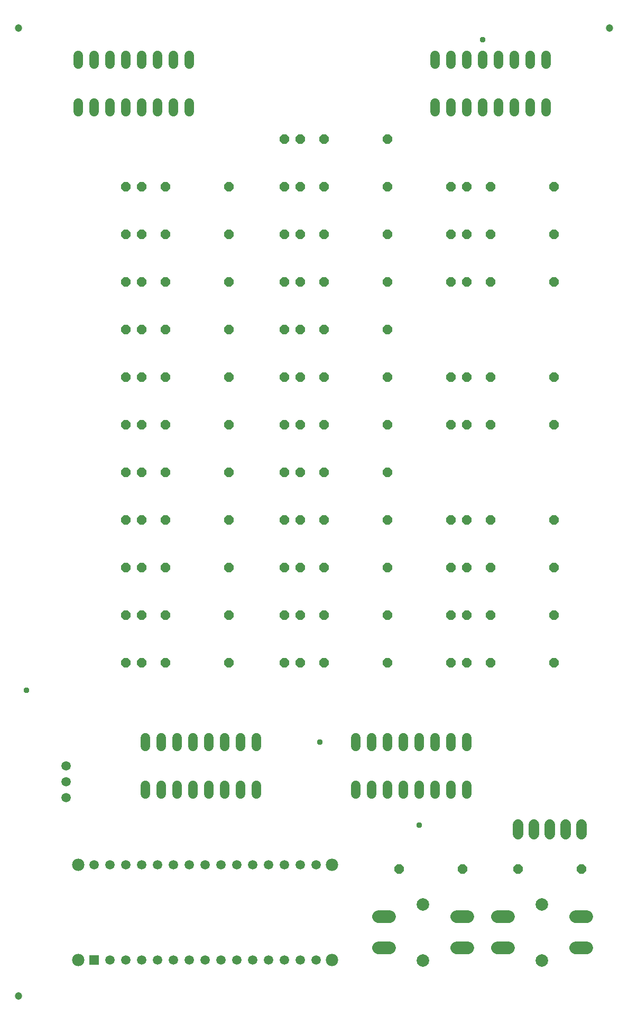
<source format=gts>
G75*
%MOIN*%
%OFA0B0*%
%FSLAX25Y25*%
%IPPOS*%
%LPD*%
%AMOC8*
5,1,8,0,0,1.08239X$1,22.5*
%
%ADD10C,0.04737*%
%ADD11C,0.07800*%
%ADD12R,0.05950X0.05950*%
%ADD13C,0.05950*%
%ADD14C,0.07850*%
%ADD15C,0.07900*%
%ADD16OC8,0.06000*%
%ADD17C,0.06800*%
%ADD18C,0.06000*%
%ADD19C,0.05918*%
%ADD20C,0.03778*%
D10*
X0011000Y0011000D03*
X0011000Y0621000D03*
X0383500Y0621000D03*
D11*
X0208500Y0093500D03*
X0208500Y0033500D03*
X0048500Y0033500D03*
X0048500Y0093500D03*
D12*
X0058500Y0033500D03*
D13*
X0068500Y0033500D03*
X0078500Y0033500D03*
X0088500Y0033500D03*
X0098500Y0033500D03*
X0108500Y0033500D03*
X0118500Y0033500D03*
X0128500Y0033500D03*
X0138500Y0033500D03*
X0148500Y0033500D03*
X0158500Y0033500D03*
X0168500Y0033500D03*
X0178500Y0033500D03*
X0188500Y0033500D03*
X0198500Y0033500D03*
X0198500Y0093500D03*
X0188500Y0093500D03*
X0178500Y0093500D03*
X0168500Y0093500D03*
X0158500Y0093500D03*
X0148500Y0093500D03*
X0138500Y0093500D03*
X0128500Y0093500D03*
X0118500Y0093500D03*
X0108500Y0093500D03*
X0098500Y0093500D03*
X0088500Y0093500D03*
X0078500Y0093500D03*
X0068500Y0093500D03*
X0058500Y0093500D03*
D14*
X0237875Y0060800D02*
X0244925Y0060800D01*
X0244925Y0041200D02*
X0237875Y0041200D01*
X0287075Y0041200D02*
X0294125Y0041200D01*
X0294125Y0060800D02*
X0287075Y0060800D01*
X0312875Y0060800D02*
X0319925Y0060800D01*
X0319925Y0041200D02*
X0312875Y0041200D01*
X0362075Y0041200D02*
X0369125Y0041200D01*
X0369125Y0060800D02*
X0362075Y0060800D01*
D15*
X0341000Y0068700D03*
X0341000Y0033300D03*
X0266000Y0033300D03*
X0266000Y0068700D03*
D16*
X0251000Y0091000D03*
X0291000Y0091000D03*
X0326000Y0091000D03*
X0366000Y0091000D03*
X0348500Y0221000D03*
X0348500Y0251000D03*
X0348500Y0281000D03*
X0348500Y0311000D03*
X0348500Y0371000D03*
X0348500Y0401000D03*
X0348500Y0461000D03*
X0348500Y0491000D03*
X0348500Y0521000D03*
X0308500Y0521000D03*
X0293500Y0521000D03*
X0283500Y0521000D03*
X0283500Y0491000D03*
X0293500Y0491000D03*
X0308500Y0491000D03*
X0308500Y0461000D03*
X0293500Y0461000D03*
X0283500Y0461000D03*
X0283500Y0401000D03*
X0293500Y0401000D03*
X0308500Y0401000D03*
X0308500Y0371000D03*
X0293500Y0371000D03*
X0283500Y0371000D03*
X0283500Y0311000D03*
X0293500Y0311000D03*
X0308500Y0311000D03*
X0308500Y0281000D03*
X0293500Y0281000D03*
X0283500Y0281000D03*
X0283500Y0251000D03*
X0293500Y0251000D03*
X0308500Y0251000D03*
X0308500Y0221000D03*
X0293500Y0221000D03*
X0283500Y0221000D03*
X0243500Y0221000D03*
X0243500Y0251000D03*
X0243500Y0281000D03*
X0243500Y0311000D03*
X0243500Y0341000D03*
X0243500Y0371000D03*
X0243500Y0401000D03*
X0243500Y0431000D03*
X0243500Y0461000D03*
X0243500Y0491000D03*
X0243500Y0521000D03*
X0243500Y0551000D03*
X0203500Y0551000D03*
X0188500Y0551000D03*
X0178500Y0551000D03*
X0178500Y0521000D03*
X0188500Y0521000D03*
X0203500Y0521000D03*
X0203500Y0491000D03*
X0188500Y0491000D03*
X0178500Y0491000D03*
X0178500Y0461000D03*
X0188500Y0461000D03*
X0203500Y0461000D03*
X0203500Y0431000D03*
X0188500Y0431000D03*
X0178500Y0431000D03*
X0178500Y0401000D03*
X0188500Y0401000D03*
X0203500Y0401000D03*
X0203500Y0371000D03*
X0188500Y0371000D03*
X0178500Y0371000D03*
X0178500Y0341000D03*
X0188500Y0341000D03*
X0203500Y0341000D03*
X0203500Y0311000D03*
X0188500Y0311000D03*
X0178500Y0311000D03*
X0178500Y0281000D03*
X0188500Y0281000D03*
X0203500Y0281000D03*
X0203500Y0251000D03*
X0188500Y0251000D03*
X0178500Y0251000D03*
X0178500Y0221000D03*
X0188500Y0221000D03*
X0203500Y0221000D03*
X0143500Y0221000D03*
X0143500Y0251000D03*
X0143500Y0281000D03*
X0143500Y0311000D03*
X0143500Y0341000D03*
X0143500Y0371000D03*
X0143500Y0401000D03*
X0143500Y0431000D03*
X0143500Y0461000D03*
X0143500Y0491000D03*
X0143500Y0521000D03*
X0103500Y0521000D03*
X0088500Y0521000D03*
X0078500Y0521000D03*
X0078500Y0491000D03*
X0088500Y0491000D03*
X0103500Y0491000D03*
X0103500Y0461000D03*
X0088500Y0461000D03*
X0078500Y0461000D03*
X0078500Y0431000D03*
X0088500Y0431000D03*
X0103500Y0431000D03*
X0103500Y0401000D03*
X0088500Y0401000D03*
X0078500Y0401000D03*
X0078500Y0371000D03*
X0088500Y0371000D03*
X0103500Y0371000D03*
X0103500Y0341000D03*
X0088500Y0341000D03*
X0078500Y0341000D03*
X0078500Y0311000D03*
X0088500Y0311000D03*
X0103500Y0311000D03*
X0103500Y0281000D03*
X0088500Y0281000D03*
X0078500Y0281000D03*
X0078500Y0251000D03*
X0088500Y0251000D03*
X0103500Y0251000D03*
X0103500Y0221000D03*
X0088500Y0221000D03*
X0078500Y0221000D03*
D17*
X0326000Y0119000D02*
X0326000Y0113000D01*
X0336000Y0113000D02*
X0336000Y0119000D01*
X0346000Y0119000D02*
X0346000Y0113000D01*
X0356000Y0113000D02*
X0356000Y0119000D01*
X0366000Y0119000D02*
X0366000Y0113000D01*
D18*
X0293500Y0138400D02*
X0293500Y0143600D01*
X0283500Y0143600D02*
X0283500Y0138400D01*
X0273500Y0138400D02*
X0273500Y0143600D01*
X0263500Y0143600D02*
X0263500Y0138400D01*
X0253500Y0138400D02*
X0253500Y0143600D01*
X0243500Y0143600D02*
X0243500Y0138400D01*
X0233500Y0138400D02*
X0233500Y0143600D01*
X0223500Y0143600D02*
X0223500Y0138400D01*
X0223500Y0168400D02*
X0223500Y0173600D01*
X0233500Y0173600D02*
X0233500Y0168400D01*
X0243500Y0168400D02*
X0243500Y0173600D01*
X0253500Y0173600D02*
X0253500Y0168400D01*
X0263500Y0168400D02*
X0263500Y0173600D01*
X0273500Y0173600D02*
X0273500Y0168400D01*
X0283500Y0168400D02*
X0283500Y0173600D01*
X0293500Y0173600D02*
X0293500Y0168400D01*
X0161000Y0168400D02*
X0161000Y0173600D01*
X0151000Y0173600D02*
X0151000Y0168400D01*
X0141000Y0168400D02*
X0141000Y0173600D01*
X0131000Y0173600D02*
X0131000Y0168400D01*
X0121000Y0168400D02*
X0121000Y0173600D01*
X0111000Y0173600D02*
X0111000Y0168400D01*
X0101000Y0168400D02*
X0101000Y0173600D01*
X0091000Y0173600D02*
X0091000Y0168400D01*
X0091000Y0143600D02*
X0091000Y0138400D01*
X0101000Y0138400D02*
X0101000Y0143600D01*
X0111000Y0143600D02*
X0111000Y0138400D01*
X0121000Y0138400D02*
X0121000Y0143600D01*
X0131000Y0143600D02*
X0131000Y0138400D01*
X0141000Y0138400D02*
X0141000Y0143600D01*
X0151000Y0143600D02*
X0151000Y0138400D01*
X0161000Y0138400D02*
X0161000Y0143600D01*
X0118500Y0568400D02*
X0118500Y0573600D01*
X0108500Y0573600D02*
X0108500Y0568400D01*
X0098500Y0568400D02*
X0098500Y0573600D01*
X0088500Y0573600D02*
X0088500Y0568400D01*
X0078500Y0568400D02*
X0078500Y0573600D01*
X0068500Y0573600D02*
X0068500Y0568400D01*
X0058500Y0568400D02*
X0058500Y0573600D01*
X0048500Y0573600D02*
X0048500Y0568400D01*
X0048500Y0598400D02*
X0048500Y0603600D01*
X0058500Y0603600D02*
X0058500Y0598400D01*
X0068500Y0598400D02*
X0068500Y0603600D01*
X0078500Y0603600D02*
X0078500Y0598400D01*
X0088500Y0598400D02*
X0088500Y0603600D01*
X0098500Y0603600D02*
X0098500Y0598400D01*
X0108500Y0598400D02*
X0108500Y0603600D01*
X0118500Y0603600D02*
X0118500Y0598400D01*
X0273500Y0598400D02*
X0273500Y0603600D01*
X0283500Y0603600D02*
X0283500Y0598400D01*
X0293500Y0598400D02*
X0293500Y0603600D01*
X0303500Y0603600D02*
X0303500Y0598400D01*
X0313500Y0598400D02*
X0313500Y0603600D01*
X0323500Y0603600D02*
X0323500Y0598400D01*
X0333500Y0598400D02*
X0333500Y0603600D01*
X0343500Y0603600D02*
X0343500Y0598400D01*
X0343500Y0573600D02*
X0343500Y0568400D01*
X0333500Y0568400D02*
X0333500Y0573600D01*
X0323500Y0573600D02*
X0323500Y0568400D01*
X0313500Y0568400D02*
X0313500Y0573600D01*
X0303500Y0573600D02*
X0303500Y0568400D01*
X0293500Y0568400D02*
X0293500Y0573600D01*
X0283500Y0573600D02*
X0283500Y0568400D01*
X0273500Y0568400D02*
X0273500Y0573600D01*
D19*
X0041000Y0156000D03*
X0041000Y0146000D03*
X0041000Y0136000D03*
D20*
X0016000Y0203500D03*
X0201000Y0171000D03*
X0263500Y0118500D03*
X0303500Y0613500D03*
M02*

</source>
